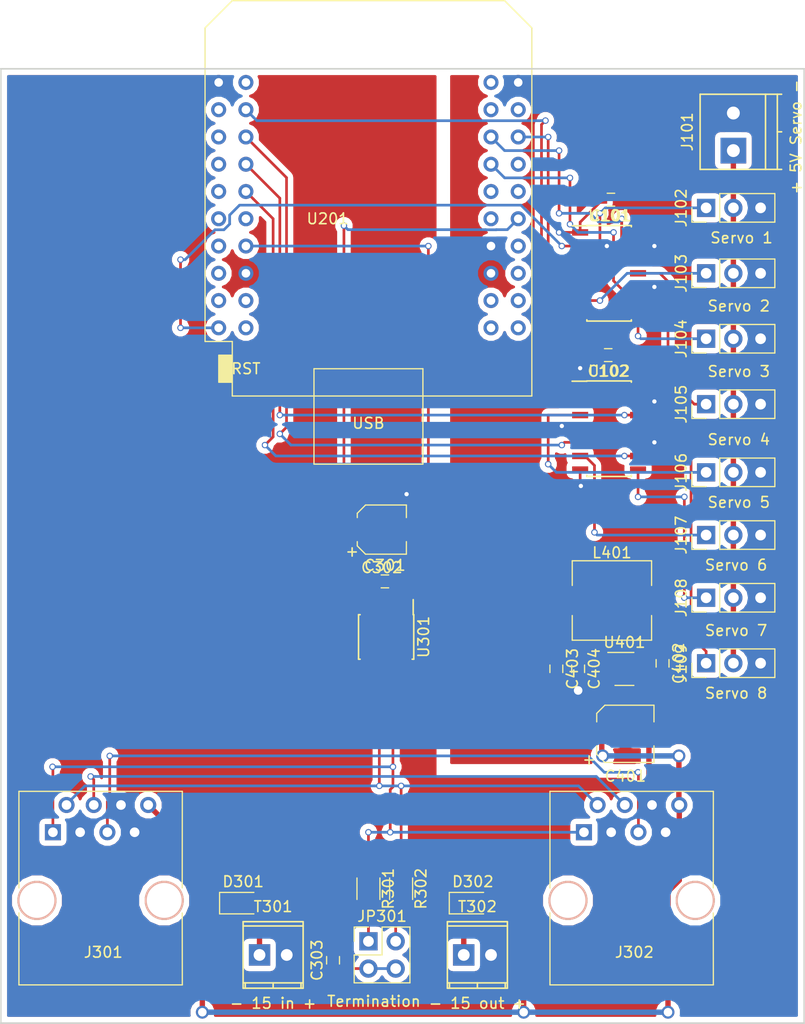
<source format=kicad_pcb>
(kicad_pcb (version 4) (host pcbnew 4.0.7+dfsg1-1ubuntu2)
  (layers (0 F.Cu signal) (31 B.Cu signal) (34 B.Paste user) (35 F.Paste user) (36 B.SilkS user) (37 F.SilkS user) (38 B.Mask user) (39 F.Mask user) (44 Edge.Cuts user))
  (net 0 "")
  (net 1 GND)
  (net 2 +5V)
  (net 3 +3V3)
  (net 4 "Net-(C303-Pad1)")
  (net 5 "CAN +12V")
  (net 6 "Net-(C402-Pad2)")
  (net 7 "Net-(C402-Pad1)")
  (net 8 "Net-(D301-Pad2)")
  (net 9 "Net-(D302-Pad1)")
  (net 10 "Net-(J101-Pad1)")
  (net 11 "Net-(J102-Pad1)")
  (net 12 "Net-(J103-Pad1)")
  (net 13 "Net-(J104-Pad1)")
  (net 14 "Net-(J105-Pad1)")
  (net 15 "Net-(J106-Pad1)")
  (net 16 "Net-(J107-Pad1)")
  (net 17 "Net-(J108-Pad1)")
  (net 18 "Net-(J109-Pad1)")
  (net 19 "/CAN Transciver/CANH")
  (net 20 "/CAN Transciver/CANL")
  (net 21 "Net-(J301-Pad4)")
  (net 22 "Net-(J301-Pad5)")
  (net 23 "Net-(JP301-Pad1)")
  (net 24 "Net-(JP301-Pad2)")
  (net 25 /MCU/Servo0)
  (net 26 /MCU/Servo1)
  (net 27 /MCU/Servo2)
  (net 28 /MCU/Servo3)
  (net 29 /MCU/Servo4)
  (net 30 /MCU/Servo5)
  (net 31 /MCU/Servo6)
  (net 32 /MCU/Servo7)
  (net 33 "Net-(U201-Pad40)")
  (net 34 "Net-(U201-Pad39)")
  (net 35 "Net-(U201-Pad38)")
  (net 36 "Net-(U201-Pad37)")
  (net 37 "Net-(U201-Pad36)")
  (net 38 "Net-(U201-Pad34)")
  (net 39 "/CAN Transciver/CAN_RX")
  (net 40 "Net-(U201-Pad31)")
  (net 41 "Net-(U201-Pad30)")
  (net 42 "Net-(U201-Pad29)")
  (net 43 "Net-(U201-Pad28)")
  (net 44 "Net-(U201-Pad24)")
  (net 45 "Net-(U201-Pad23)")
  (net 46 "Net-(U201-Pad21)")
  (net 47 "Net-(U201-Pad20)")
  (net 48 "Net-(U201-Pad18)")
  (net 49 "Net-(U201-Pad17)")
  (net 50 "Net-(U201-Pad15)")
  (net 51 "/CAN Transciver/CAN_TX")
  (net 52 "Net-(U201-Pad13)")
  (net 53 "Net-(U201-Pad12)")
  (net 54 "Net-(U201-Pad11)")
  (net 55 "Net-(U201-Pad9)")
  (net 56 "Net-(U201-Pad7)")
  (net 57 "Net-(U201-Pad5)")
  (net 58 "Net-(U201-Pad3)")
  (net 59 "Net-(U201-Pad2)")
  (net 60 "Net-(U301-Pad5)")
  (net 61 "Net-(U301-Pad8)")
  (module Capacitors_SMD:C_0603 (layer F.Cu) (at 130.568 37.592 180)
    (fp_text reference C101 (at 0 -1.5 180) (layer F.SilkS))
    (fp_text value .1uf)
    (pad 2 smd rect (at 0.75 0 180) (size 0.8 0.75) (layers F.Cu F.Paste F.Mask) (net 1 GND))
    (pad 1 smd rect (at -0.75 0 180) (size 0.8 0.75) (layers F.Cu F.Paste F.Mask) (net 2 +5V))
  )
  (module Capacitors_SMD:C_0603 (layer F.Cu) (at 130.314 52.07 180)
    (fp_text reference C102 (at 0 -1.5 180) (layer F.SilkS))
    (fp_text value .1uf)
    (pad 2 smd rect (at 0.75 0 180) (size 0.8 0.75) (layers F.Cu F.Paste F.Mask) (net 1 GND))
    (pad 1 smd rect (at -0.75 0 180) (size 0.8 0.75) (layers F.Cu F.Paste F.Mask) (net 2 +5V))
  )
  (module Capacitors_SMD:C_0603 (layer F.Cu) (at 109.486 73.152)
    (fp_text reference C301 (at 0 -1.5) (layer F.SilkS))
    (fp_text value ".1 uf")
    (pad 2 smd rect (at 0.75 0) (size 0.8 0.75) (layers F.Cu F.Paste F.Mask) (net 1 GND))
    (pad 1 smd rect (at -0.75 0) (size 0.8 0.75) (layers F.Cu F.Paste F.Mask) (net 3 +3V3))
  )
  (module Capacitors_SMD:CP_Elec_4x5.7 (layer F.Cu) (at 109.198 68.326)
    (fp_text reference C302 (at 0 3.54) (layer F.SilkS))
    (fp_text value "15 uf 15V")
    (fp_text user + (at -2.77 2.01) (layer F.SilkS))
    (pad 1 smd rect (at -1.8 0 180) (size 2.6 1.6) (layers F.Cu F.Paste F.Mask) (net 3 +3V3))
    (pad 2 smd rect (at 1.8 0 180) (size 2.6 1.6) (layers F.Cu F.Paste F.Mask) (net 1 GND))
  )
  (module Capacitors_SMD:C_0603 (layer F.Cu) (at 104.648 108.446 90)
    (fp_text reference C303 (at 0 -1.5 90) (layer F.SilkS))
    (fp_text value "47 nf")
    (pad 2 smd rect (at 0.75 0 90) (size 0.8 0.75) (layers F.Cu F.Paste F.Mask) (net 1 GND))
    (pad 1 smd rect (at -0.75 0 90) (size 0.8 0.75) (layers F.Cu F.Paste F.Mask) (net 4 "Net-(C303-Pad1)"))
  )
  (module Capacitors_SMD:CP_Elec_5x5.3 (layer F.Cu) (at 131.912 87.376)
    (fp_text reference C401 (at 0 3.92) (layer F.SilkS))
    (fp_text value 10uf)
    (fp_text user + (at -3.38 2.34) (layer F.SilkS))
    (pad 1 smd rect (at -2.2 0 180) (size 3 1.6) (layers F.Cu F.Paste F.Mask) (net 5 "CAN +12V"))
    (pad 2 smd rect (at 2.2 0 180) (size 3 1.6) (layers F.Cu F.Paste F.Mask) (net 1 GND))
  )
  (module Capacitors_SMD:C_0603 (layer F.Cu) (at 135.382 80.784 270)
    (fp_text reference C402 (at 0 -1.5 270) (layer F.SilkS))
    (fp_text value 100nf)
    (pad 2 smd rect (at 0.75 0 270) (size 0.8 0.75) (layers F.Cu F.Paste F.Mask) (net 6 "Net-(C402-Pad2)"))
    (pad 1 smd rect (at -0.75 0 270) (size 0.8 0.75) (layers F.Cu F.Paste F.Mask) (net 7 "Net-(C402-Pad1)"))
  )
  (module Capacitors_SMD:C_0603 (layer F.Cu) (at 125.476 81.292 270)
    (fp_text reference C403 (at 0 -1.5 270) (layer F.SilkS))
    (fp_text value 22uf)
    (pad 2 smd rect (at 0.75 0 270) (size 0.8 0.75) (layers F.Cu F.Paste F.Mask) (net 1 GND))
    (pad 1 smd rect (at -0.75 0 270) (size 0.8 0.75) (layers F.Cu F.Paste F.Mask) (net 2 +5V))
  )
  (module Capacitors_SMD:C_0603 (layer F.Cu) (at 127.508 81.292 270)
    (fp_text reference C404 (at 0 -1.5 270) (layer F.SilkS))
    (fp_text value 22uf)
    (pad 2 smd rect (at 0.75 0 270) (size 0.8 0.75) (layers F.Cu F.Paste F.Mask) (net 1 GND))
    (pad 1 smd rect (at -0.75 0 270) (size 0.8 0.75) (layers F.Cu F.Paste F.Mask) (net 2 +5V))
  )
  (module Diodes_SMD:D_PowerDI-123 (layer F.Cu) (at 96.265 103.124)
    (fp_text reference D301 (at 0 -2) (layer F.SilkS))
    (fp_text value DFLS240-7)
    (pad 1 smd rect (at -0.85 0 180) (size 2.4 1.5) (layers F.Cu F.Paste F.Mask) (net 5 "CAN +12V"))
    (pad 2 smd rect (at 1.525 0 180) (size 1.05 1.5) (layers F.Cu F.Paste F.Mask) (net 8 "Net-(D301-Pad2)"))
  )
  (module Diodes_SMD:D_PowerDI-123 (layer F.Cu) (at 117.69 103.124)
    (fp_text reference D302 (at 0 -2) (layer F.SilkS))
    (fp_text value DFLS240-7)
    (pad 1 smd rect (at -0.85 0 180) (size 2.4 1.5) (layers F.Cu F.Paste F.Mask) (net 9 "Net-(D302-Pad1)"))
    (pad 2 smd rect (at 1.525 0 180) (size 1.05 1.5) (layers F.Cu F.Paste F.Mask) (net 5 "CAN +12V"))
  )
  (module Connectors_Terminal_Blocks:TerminalBlock_Pheonix_PT-3.5mm_2pol (layer F.Cu) (at 141.986 33.02 90)
    (fp_text reference J101 (at 1.75 -4.3 90) (layer F.SilkS))
    (fp_text value "+ 5V Servo -" (at 1.27 5.842 90) (layer F.SilkS))
    (pad 2 thru_hole circle (at 3.5 0 90) (size 2.4 2.4) (drill 1.2) (layers *.Cu *.Mask) (net 1 GND))
    (pad 1 thru_hole rect (at 0 0 90) (size 2.4 2.4) (drill 1.2) (layers *.Cu *.Mask) (net 10 "Net-(J101-Pad1)"))
  )
  (module Pin_Headers:Pin_Header_Straight_1x03_Pitch2.54mm (layer F.Cu) (at 139.446 38.354 90)
    (fp_text reference J102 (at 0 -2.33 90) (layer F.SilkS))
    (fp_text value "Servo 1" (at -2.794 3.302 180) (layer F.SilkS))
    (pad 1 thru_hole rect (at 0 0 90) (size 1.7 1.7) (drill 1) (layers *.Cu *.Mask) (net 11 "Net-(J102-Pad1)"))
    (pad 2 thru_hole oval (at 0 2.54 90) (size 1.7 1.7) (drill 1) (layers *.Cu *.Mask) (net 10 "Net-(J101-Pad1)"))
    (pad 3 thru_hole oval (at 0 5.08 90) (size 1.7 1.7) (drill 1) (layers *.Cu *.Mask) (net 1 GND))
  )
  (module Pin_Headers:Pin_Header_Straight_1x03_Pitch2.54mm (layer F.Cu) (at 139.446 44.45 90)
    (fp_text reference J103 (at 0 -2.33 90) (layer F.SilkS))
    (fp_text value "Servo 2" (at -3.048 3.048 180) (layer F.SilkS))
    (pad 1 thru_hole rect (at 0 0 90) (size 1.7 1.7) (drill 1) (layers *.Cu *.Mask) (net 12 "Net-(J103-Pad1)"))
    (pad 2 thru_hole oval (at 0 2.54 90) (size 1.7 1.7) (drill 1) (layers *.Cu *.Mask) (net 10 "Net-(J101-Pad1)"))
    (pad 3 thru_hole oval (at 0 5.08 90) (size 1.7 1.7) (drill 1) (layers *.Cu *.Mask) (net 1 GND))
  )
  (module Pin_Headers:Pin_Header_Straight_1x03_Pitch2.54mm (layer F.Cu) (at 139.446 50.546 90)
    (fp_text reference J104 (at 0 -2.33 90) (layer F.SilkS))
    (fp_text value "Servo 3" (at -3.048 3.048 180) (layer F.SilkS))
    (pad 1 thru_hole rect (at 0 0 90) (size 1.7 1.7) (drill 1) (layers *.Cu *.Mask) (net 13 "Net-(J104-Pad1)"))
    (pad 2 thru_hole oval (at 0 2.54 90) (size 1.7 1.7) (drill 1) (layers *.Cu *.Mask) (net 10 "Net-(J101-Pad1)"))
    (pad 3 thru_hole oval (at 0 5.08 90) (size 1.7 1.7) (drill 1) (layers *.Cu *.Mask) (net 1 GND))
  )
  (module Pin_Headers:Pin_Header_Straight_1x03_Pitch2.54mm (layer F.Cu) (at 139.446 56.642 90)
    (fp_text reference J105 (at 0 -2.33 90) (layer F.SilkS))
    (fp_text value "Servo 4" (at -3.302 3.048 180) (layer F.SilkS))
    (pad 1 thru_hole rect (at 0 0 90) (size 1.7 1.7) (drill 1) (layers *.Cu *.Mask) (net 14 "Net-(J105-Pad1)"))
    (pad 2 thru_hole oval (at 0 2.54 90) (size 1.7 1.7) (drill 1) (layers *.Cu *.Mask) (net 10 "Net-(J101-Pad1)"))
    (pad 3 thru_hole oval (at 0 5.08 90) (size 1.7 1.7) (drill 1) (layers *.Cu *.Mask) (net 1 GND))
  )
  (module Pin_Headers:Pin_Header_Straight_1x03_Pitch2.54mm (layer F.Cu) (at 139.446 62.992 90)
    (fp_text reference J106 (at 0 -2.33 90) (layer F.SilkS))
    (fp_text value "Servo 5" (at -2.794 3.048 180) (layer F.SilkS))
    (pad 1 thru_hole rect (at 0 0 90) (size 1.7 1.7) (drill 1) (layers *.Cu *.Mask) (net 15 "Net-(J106-Pad1)"))
    (pad 2 thru_hole oval (at 0 2.54 90) (size 1.7 1.7) (drill 1) (layers *.Cu *.Mask) (net 10 "Net-(J101-Pad1)"))
    (pad 3 thru_hole oval (at 0 5.08 90) (size 1.7 1.7) (drill 1) (layers *.Cu *.Mask) (net 1 GND))
  )
  (module Pin_Headers:Pin_Header_Straight_1x03_Pitch2.54mm (layer F.Cu) (at 139.446 68.834 90)
    (fp_text reference J107 (at 0 -2.33 90) (layer F.SilkS))
    (fp_text value "Servo 6" (at -2.794 2.794 180) (layer F.SilkS))
    (pad 1 thru_hole rect (at 0 0 90) (size 1.7 1.7) (drill 1) (layers *.Cu *.Mask) (net 16 "Net-(J107-Pad1)"))
    (pad 2 thru_hole oval (at 0 2.54 90) (size 1.7 1.7) (drill 1) (layers *.Cu *.Mask) (net 10 "Net-(J101-Pad1)"))
    (pad 3 thru_hole oval (at 0 5.08 90) (size 1.7 1.7) (drill 1) (layers *.Cu *.Mask) (net 1 GND))
  )
  (module Pin_Headers:Pin_Header_Straight_1x03_Pitch2.54mm (layer F.Cu) (at 139.446 74.676 90)
    (fp_text reference J108 (at 0 -2.33 90) (layer F.SilkS))
    (fp_text value "Servo 7" (at -3.048 2.794 180) (layer F.SilkS))
    (pad 1 thru_hole rect (at 0 0 90) (size 1.7 1.7) (drill 1) (layers *.Cu *.Mask) (net 17 "Net-(J108-Pad1)"))
    (pad 2 thru_hole oval (at 0 2.54 90) (size 1.7 1.7) (drill 1) (layers *.Cu *.Mask) (net 10 "Net-(J101-Pad1)"))
    (pad 3 thru_hole oval (at 0 5.08 90) (size 1.7 1.7) (drill 1) (layers *.Cu *.Mask) (net 1 GND))
  )
  (module Pin_Headers:Pin_Header_Straight_1x03_Pitch2.54mm (layer F.Cu) (at 139.446 80.772 90)
    (fp_text reference J109 (at 0 -2.33 90) (layer F.SilkS))
    (fp_text value "Servo 8" (at -2.794 2.794 180) (layer F.SilkS))
    (pad 1 thru_hole rect (at 0 0 90) (size 1.7 1.7) (drill 1) (layers *.Cu *.Mask) (net 18 "Net-(J109-Pad1)"))
    (pad 2 thru_hole oval (at 0 2.54 90) (size 1.7 1.7) (drill 1) (layers *.Cu *.Mask) (net 10 "Net-(J101-Pad1)"))
    (pad 3 thru_hole oval (at 0 5.08 90) (size 1.7 1.7) (drill 1) (layers *.Cu *.Mask) (net 1 GND))
  )
  (module Connectors:RJ45_8 (layer F.Cu) (at 78.52 96.52)
    (fp_text reference J301 (at 4.7 11.18) (layer F.SilkS))
    (fp_text value RJ45)
    (pad Hole np_thru_hole circle (at 10.38 6.35) (size 3.65 3.65) (drill 3.25) (layers *.Cu *.SilkS *.Mask))
    (pad Hole np_thru_hole circle (at -1.49 6.35) (size 3.65 3.65) (drill 3.25) (layers *.Cu *.SilkS *.Mask))
    (pad 1 thru_hole rect (at 0 0) (size 1.5 1.5) (drill 0.9) (layers *.Cu *.Mask) (net 19 "/CAN Transciver/CANH"))
    (pad 2 thru_hole circle (at 1.27 -2.54) (size 1.5 1.5) (drill 0.9) (layers *.Cu *.Mask) (net 20 "/CAN Transciver/CANL"))
    (pad 3 thru_hole circle (at 2.54 0) (size 1.5 1.5) (drill 0.9) (layers *.Cu *.Mask) (net 1 GND))
    (pad 4 thru_hole circle (at 3.81 -2.54) (size 1.5 1.5) (drill 0.9) (layers *.Cu *.Mask) (net 21 "Net-(J301-Pad4)"))
    (pad 5 thru_hole circle (at 5.08 0) (size 1.5 1.5) (drill 0.9) (layers *.Cu *.Mask) (net 22 "Net-(J301-Pad5)"))
    (pad 6 thru_hole circle (at 6.35 -2.54) (size 1.5 1.5) (drill 0.9) (layers *.Cu *.Mask) (net 1 GND))
    (pad 7 thru_hole circle (at 7.62 0) (size 1.5 1.5) (drill 0.9) (layers *.Cu *.Mask) (net 1 GND))
    (pad 8 thru_hole circle (at 8.89 -2.54) (size 1.5 1.5) (drill 0.9) (layers *.Cu *.Mask) (net 5 "CAN +12V"))
  )
  (module Connectors:RJ45_8 (layer F.Cu) (at 128.05 96.52)
    (fp_text reference J302 (at 4.7 11.18) (layer F.SilkS))
    (fp_text value RJ45)
    (pad Hole np_thru_hole circle (at 10.38 6.35) (size 3.65 3.65) (drill 3.25) (layers *.Cu *.SilkS *.Mask))
    (pad Hole np_thru_hole circle (at -1.49 6.35) (size 3.65 3.65) (drill 3.25) (layers *.Cu *.SilkS *.Mask))
    (pad 1 thru_hole rect (at 0 0) (size 1.5 1.5) (drill 0.9) (layers *.Cu *.Mask) (net 19 "/CAN Transciver/CANH"))
    (pad 2 thru_hole circle (at 1.27 -2.54) (size 1.5 1.5) (drill 0.9) (layers *.Cu *.Mask) (net 20 "/CAN Transciver/CANL"))
    (pad 3 thru_hole circle (at 2.54 0) (size 1.5 1.5) (drill 0.9) (layers *.Cu *.Mask) (net 1 GND))
    (pad 4 thru_hole circle (at 3.81 -2.54) (size 1.5 1.5) (drill 0.9) (layers *.Cu *.Mask) (net 21 "Net-(J301-Pad4)"))
    (pad 5 thru_hole circle (at 5.08 0) (size 1.5 1.5) (drill 0.9) (layers *.Cu *.Mask) (net 22 "Net-(J301-Pad5)"))
    (pad 6 thru_hole circle (at 6.35 -2.54) (size 1.5 1.5) (drill 0.9) (layers *.Cu *.Mask) (net 1 GND))
    (pad 7 thru_hole circle (at 7.62 0) (size 1.5 1.5) (drill 0.9) (layers *.Cu *.Mask) (net 1 GND))
    (pad 8 thru_hole circle (at 8.89 -2.54) (size 1.5 1.5) (drill 0.9) (layers *.Cu *.Mask) (net 5 "CAN +12V"))
  )
  (module Pin_Headers:Pin_Header_Straight_2x02_Pitch2.54mm (layer F.Cu) (at 107.95 106.68)
    (fp_text reference JP301 (at 1.27 -2.33) (layer F.SilkS))
    (fp_text value Termination (at 0.508 5.588) (layer F.SilkS))
    (pad 1 thru_hole rect (at 0 0) (size 1.7 1.7) (drill 1) (layers *.Cu *.Mask) (net 23 "Net-(JP301-Pad1)"))
    (pad 2 thru_hole oval (at 2.54 0) (size 1.7 1.7) (drill 1) (layers *.Cu *.Mask) (net 24 "Net-(JP301-Pad2)"))
    (pad 3 thru_hole oval (at 0 2.54) (size 1.7 1.7) (drill 1) (layers *.Cu *.Mask) (net 4 "Net-(C303-Pad1)"))
    (pad 4 thru_hole oval (at 2.54 2.54) (size 1.7 1.7) (drill 1) (layers *.Cu *.Mask) (net 4 "Net-(C303-Pad1)"))
  )
  (module Inductors_SMD:L_7.3x7.3_H4.5 (layer F.Cu) (at 130.658 74.93)
    (fp_text reference L401 (at 0 -4.45) (layer F.SilkS))
    (fp_text value 4.7uH)
    (pad 1 smd rect (at -3.2 0) (size 1.5 2.2) (layers F.Cu F.Paste F.Mask) (net 2 +5V))
    (pad 2 smd rect (at 3.2 0) (size 1.5 2.2) (layers F.Cu F.Paste F.Mask) (net 6 "Net-(C402-Pad2)"))
  )
  (module Resistors_SMD:R_1206 (layer F.Cu) (at 107.95 101.78 270)
    (fp_text reference R301 (at 0 -1.85 270) (layer F.SilkS))
    (fp_text value "60 Ohms")
    (pad 1 smd rect (at -1.45 0 270) (size 0.9 1.7) (layers F.Cu F.Paste F.Mask) (net 19 "/CAN Transciver/CANH"))
    (pad 2 smd rect (at 1.45 0 270) (size 0.9 1.7) (layers F.Cu F.Paste F.Mask) (net 23 "Net-(JP301-Pad1)"))
  )
  (module Resistors_SMD:R_1206 (layer F.Cu) (at 110.998 101.78 270)
    (fp_text reference R302 (at 0 -1.85 270) (layer F.SilkS))
    (fp_text value "60 Ohms")
    (pad 1 smd rect (at -1.45 0 270) (size 0.9 1.7) (layers F.Cu F.Paste F.Mask) (net 20 "/CAN Transciver/CANL"))
    (pad 2 smd rect (at 1.45 0 270) (size 0.9 1.7) (layers F.Cu F.Paste F.Mask) (net 24 "Net-(JP301-Pad2)"))
  )
  (module Connectors_Terminal_Blocks:TerminalBlock_Pheonix_MPT-2.54mm_2pol (layer F.Cu) (at 97.79 107.95)
    (fp_text reference T301 (at 1.27 -4.50088) (layer F.SilkS))
    (fp_text value "- 15 in +" (at 1.27 4.50088) (layer F.SilkS))
    (pad 2 thru_hole oval (at 2.54 0) (size 1.99898 1.99898) (drill 1.09728) (layers *.Cu *.Mask) (net 1 GND))
    (pad 1 thru_hole rect (at 0 0) (size 1.99898 1.99898) (drill 1.09728) (layers *.Cu *.Mask) (net 8 "Net-(D301-Pad2)"))
  )
  (module Connectors_Terminal_Blocks:TerminalBlock_Pheonix_MPT-2.54mm_2pol (layer F.Cu) (at 116.84 107.95)
    (fp_text reference T302 (at 1.27 -4.50088) (layer F.SilkS))
    (fp_text value "- 15 out +" (at 1.27 4.50088) (layer F.SilkS))
    (pad 2 thru_hole oval (at 2.54 0) (size 1.99898 1.99898) (drill 1.09728) (layers *.Cu *.Mask) (net 1 GND))
    (pad 1 thru_hole rect (at 0 0) (size 1.99898 1.99898) (drill 1.09728) (layers *.Cu *.Mask) (net 9 "Net-(D302-Pad1)"))
  )
  (module Housings_SOIC:SOIC-14_3.9x8.7mm_Pitch1.27mm (layer F.Cu) (at 130.396 44.45)
    (fp_text reference U101 (at 0 -5.375) (layer F.SilkS))
    (fp_text value 74LV125AN)
    (pad 1 smd rect (at -2.7 -3.81) (size 1.5 0.6) (layers F.Cu F.Paste F.Mask) (net 1 GND))
    (pad 2 smd rect (at -2.7 -2.54) (size 1.5 0.6) (layers F.Cu F.Paste F.Mask) (net 25 /MCU/Servo0))
    (pad 3 smd rect (at -2.7 -1.27) (size 1.5 0.6) (layers F.Cu F.Paste F.Mask) (net 11 "Net-(J102-Pad1)"))
    (pad 4 smd rect (at -2.7 0) (size 1.5 0.6) (layers F.Cu F.Paste F.Mask) (net 1 GND))
    (pad 5 smd rect (at -2.7 1.27) (size 1.5 0.6) (layers F.Cu F.Paste F.Mask) (net 26 /MCU/Servo1))
    (pad 6 smd rect (at -2.7 2.54) (size 1.5 0.6) (layers F.Cu F.Paste F.Mask) (net 12 "Net-(J103-Pad1)"))
    (pad 7 smd rect (at -2.7 3.81) (size 1.5 0.6) (layers F.Cu F.Paste F.Mask) (net 1 GND))
    (pad 8 smd rect (at 2.7 3.81) (size 1.5 0.6) (layers F.Cu F.Paste F.Mask) (net 13 "Net-(J104-Pad1)"))
    (pad 9 smd rect (at 2.7 2.54) (size 1.5 0.6) (layers F.Cu F.Paste F.Mask) (net 27 /MCU/Servo2))
    (pad 10 smd rect (at 2.7 1.27) (size 1.5 0.6) (layers F.Cu F.Paste F.Mask) (net 1 GND))
    (pad 11 smd rect (at 2.7 0) (size 1.5 0.6) (layers F.Cu F.Paste F.Mask) (net 14 "Net-(J105-Pad1)"))
    (pad 12 smd rect (at 2.7 -1.27) (size 1.5 0.6) (layers F.Cu F.Paste F.Mask) (net 28 /MCU/Servo3))
    (pad 13 smd rect (at 2.7 -2.54) (size 1.5 0.6) (layers F.Cu F.Paste F.Mask) (net 1 GND))
    (pad 14 smd rect (at 2.7 -3.81) (size 1.5 0.6) (layers F.Cu F.Paste F.Mask) (net 2 +5V))
  )
  (module Housings_SOIC:SOIC-14_3.9x8.7mm_Pitch1.27mm (layer F.Cu) (at 130.396 58.928)
    (fp_text reference U102 (at 0 -5.375) (layer F.SilkS))
    (fp_text value 74LV125AN)
    (pad 1 smd rect (at -2.7 -3.81) (size 1.5 0.6) (layers F.Cu F.Paste F.Mask) (net 1 GND))
    (pad 2 smd rect (at -2.7 -2.54) (size 1.5 0.6) (layers F.Cu F.Paste F.Mask) (net 29 /MCU/Servo4))
    (pad 3 smd rect (at -2.7 -1.27) (size 1.5 0.6) (layers F.Cu F.Paste F.Mask) (net 15 "Net-(J106-Pad1)"))
    (pad 4 smd rect (at -2.7 0) (size 1.5 0.6) (layers F.Cu F.Paste F.Mask) (net 1 GND))
    (pad 5 smd rect (at -2.7 1.27) (size 1.5 0.6) (layers F.Cu F.Paste F.Mask) (net 30 /MCU/Servo5))
    (pad 6 smd rect (at -2.7 2.54) (size 1.5 0.6) (layers F.Cu F.Paste F.Mask) (net 16 "Net-(J107-Pad1)"))
    (pad 7 smd rect (at -2.7 3.81) (size 1.5 0.6) (layers F.Cu F.Paste F.Mask) (net 1 GND))
    (pad 8 smd rect (at 2.7 3.81) (size 1.5 0.6) (layers F.Cu F.Paste F.Mask) (net 17 "Net-(J108-Pad1)"))
    (pad 9 smd rect (at 2.7 2.54) (size 1.5 0.6) (layers F.Cu F.Paste F.Mask) (net 31 /MCU/Servo6))
    (pad 10 smd rect (at 2.7 1.27) (size 1.5 0.6) (layers F.Cu F.Paste F.Mask) (net 1 GND))
    (pad 11 smd rect (at 2.7 0) (size 1.5 0.6) (layers F.Cu F.Paste F.Mask) (net 18 "Net-(J109-Pad1)"))
    (pad 12 smd rect (at 2.7 -1.27) (size 1.5 0.6) (layers F.Cu F.Paste F.Mask) (net 32 /MCU/Servo7))
    (pad 13 smd rect (at 2.7 -2.54) (size 1.5 0.6) (layers F.Cu F.Paste F.Mask) (net 1 GND))
    (pad 14 smd rect (at 2.7 -3.81) (size 1.5 0.6) (layers F.Cu F.Paste F.Mask) (net 2 +5V))
  )
  (module ESP32_mini:ESP32_mini (layer F.Cu) (at 107.95 38.1)
    (fp_text reference U201 (at -3.81 1.27) (layer F.SilkS))
    (fp_text value TTGO-T7_S3-V1.1)
    (fp_text user USB (at 0 20.32) (layer F.SilkS))
    (fp_text user RST (at -11.43 15.24) (layer F.SilkS))
    (pad 40 thru_hole circle (at 13.97 11.43 270) (size 1.4 1.4) (drill 0.8) (layers *.Cu *.Mask) (net 33 "Net-(U201-Pad40)"))
    (pad 39 thru_hole circle (at 11.43 11.43 270) (size 1.4 1.4) (drill 0.8) (layers *.Cu *.Mask) (net 34 "Net-(U201-Pad39)"))
    (pad 38 thru_hole circle (at 13.97 8.89 270) (size 1.4 1.4) (drill 0.8) (layers *.Cu *.Mask) (net 35 "Net-(U201-Pad38)"))
    (pad 37 thru_hole circle (at 11.43 8.89 270) (size 1.4 1.4) (drill 0.8) (layers *.Cu *.Mask) (net 36 "Net-(U201-Pad37)"))
    (pad 36 thru_hole circle (at 13.97 6.35 270) (size 1.4 1.4) (drill 0.8) (layers *.Cu *.Mask) (net 37 "Net-(U201-Pad36)"))
    (pad 35 thru_hole circle (at 11.43 6.35 270) (size 1.4 1.4) (drill 0.8) (layers *.Cu *.Mask) (net 2 +5V))
    (pad 34 thru_hole circle (at 13.97 3.81 270) (size 1.4 1.4) (drill 0.8) (layers *.Cu *.Mask) (net 38 "Net-(U201-Pad34)"))
    (pad 33 thru_hole circle (at 11.43 3.81 270) (size 1.4 1.4) (drill 0.8) (layers *.Cu *.Mask) (net 1 GND))
    (pad 32 thru_hole circle (at 13.97 1.27 270) (size 1.4 1.4) (drill 0.8) (layers *.Cu *.Mask) (net 39 "/CAN Transciver/CAN_RX"))
    (pad 31 thru_hole circle (at 11.43 1.27 270) (size 1.4 1.4) (drill 0.8) (layers *.Cu *.Mask) (net 40 "Net-(U201-Pad31)"))
    (pad 30 thru_hole circle (at 13.97 -1.27 270) (size 1.4 1.4) (drill 0.8) (layers *.Cu *.Mask) (net 41 "Net-(U201-Pad30)"))
    (pad 29 thru_hole circle (at 11.43 -1.27 270) (size 1.4 1.4) (drill 0.8) (layers *.Cu *.Mask) (net 42 "Net-(U201-Pad29)"))
    (pad 28 thru_hole circle (at 13.97 -3.81 270) (size 1.4 1.4) (drill 0.8) (layers *.Cu *.Mask) (net 43 "Net-(U201-Pad28)"))
    (pad 27 thru_hole circle (at 11.43 -3.81 270) (size 1.4 1.4) (drill 0.8) (layers *.Cu *.Mask) (net 27 /MCU/Servo2))
    (pad 26 thru_hole circle (at 13.97 -6.35 270) (size 1.4 1.4) (drill 0.8) (layers *.Cu *.Mask) (net 26 /MCU/Servo1))
    (pad 25 thru_hole circle (at 11.43 -6.35 270) (size 1.4 1.4) (drill 0.8) (layers *.Cu *.Mask) (net 28 /MCU/Servo3))
    (pad 24 thru_hole circle (at 13.97 -8.89 270) (size 1.4 1.4) (drill 0.8) (layers *.Cu *.Mask) (net 44 "Net-(U201-Pad24)"))
    (pad 23 thru_hole circle (at 11.43 -8.89 270) (size 1.4 1.4) (drill 0.8) (layers *.Cu *.Mask) (net 45 "Net-(U201-Pad23)"))
    (pad 22 thru_hole circle (at 13.97 -11.43 270) (size 1.4 1.4) (drill 0.8) (layers *.Cu *.Mask) (net 1 GND))
    (pad 21 thru_hole circle (at 11.43 -11.43 270) (size 1.4 1.4) (drill 0.8) (layers *.Cu *.Mask) (net 46 "Net-(U201-Pad21)"))
    (pad 20 thru_hole circle (at -11.43 11.43 270) (size 1.4 1.4) (drill 0.8) (layers *.Cu *.Mask) (net 47 "Net-(U201-Pad20)"))
    (pad 19 thru_hole circle (at -13.97 11.43 270) (size 1.4 1.4) (drill 0.8) (layers *.Cu *.Mask) (net 25 /MCU/Servo0))
    (pad 18 thru_hole circle (at -11.43 8.89 270) (size 1.4 1.4) (drill 0.8) (layers *.Cu *.Mask) (net 48 "Net-(U201-Pad18)"))
    (pad 17 thru_hole circle (at -13.97 8.89 270) (size 1.4 1.4) (drill 0.8) (layers *.Cu *.Mask) (net 49 "Net-(U201-Pad17)"))
    (pad 16 thru_hole circle (at -11.43 6.35 270) (size 1.4 1.4) (drill 0.8) (layers *.Cu *.Mask) (net 3 +3V3))
    (pad 15 thru_hole circle (at -13.97 6.35 270) (size 1.4 1.4) (drill 0.8) (layers *.Cu *.Mask) (net 50 "Net-(U201-Pad15)"))
    (pad 14 thru_hole circle (at -11.43 3.81 270) (size 1.4 1.4) (drill 0.8) (layers *.Cu *.Mask) (net 51 "/CAN Transciver/CAN_TX"))
    (pad 13 thru_hole circle (at -13.97 3.81 270) (size 1.4 1.4) (drill 0.8) (layers *.Cu *.Mask) (net 52 "Net-(U201-Pad13)"))
    (pad 12 thru_hole circle (at -11.43 1.27 270) (size 1.4 1.4) (drill 0.8) (layers *.Cu *.Mask) (net 53 "Net-(U201-Pad12)"))
    (pad 11 thru_hole circle (at -13.97 1.27 270) (size 1.4 1.4) (drill 0.8) (layers *.Cu *.Mask) (net 54 "Net-(U201-Pad11)"))
    (pad 10 thru_hole circle (at -11.43 -1.27 270) (size 1.4 1.4) (drill 0.8) (layers *.Cu *.Mask) (net 31 /MCU/Servo6))
    (pad 9 thru_hole circle (at -13.97 -1.27 270) (size 1.4 1.4) (drill 0.8) (layers *.Cu *.Mask) (net 55 "Net-(U201-Pad9)"))
    (pad 8 thru_hole circle (at -11.43 -3.81 270) (size 1.4 1.4) (drill 0.8) (layers *.Cu *.Mask) (net 32 /MCU/Servo7))
    (pad 7 thru_hole circle (at -13.97 -3.81 270) (size 1.4 1.4) (drill 0.8) (layers *.Cu *.Mask) (net 56 "Net-(U201-Pad7)"))
    (pad 6 thru_hole circle (at -11.43 -6.35 270) (size 1.4 1.4) (drill 0.8) (layers *.Cu *.Mask) (net 30 /MCU/Servo5))
    (pad 5 thru_hole circle (at -13.97 -6.35 270) (size 1.4 1.4) (drill 0.8) (layers *.Cu *.Mask) (net 57 "Net-(U201-Pad5)"))
    (pad 4 thru_hole circle (at -11.43 -8.89 270) (size 1.4 1.4) (drill 0.8) (layers *.Cu *.Mask) (net 29 /MCU/Servo4))
    (pad 3 thru_hole circle (at -13.97 -8.89 270) (size 1.4 1.4) (drill 0.8) (layers *.Cu *.Mask) (net 58 "Net-(U201-Pad3)"))
    (pad 1 thru_hole circle (at -13.97 -11.43 270) (size 1.4 1.4) (drill 0.8) (layers *.Cu *.Mask) (net 1 GND))
    (pad 2 thru_hole circle (at -11.43 -11.43 270) (size 1.4 1.4) (drill 0.8) (layers *.Cu *.Mask) (net 59 "Net-(U201-Pad2)"))
  )
  (module Housings_SOIC:SOIC-8_3.9x4.9mm_Pitch1.27mm (layer F.Cu) (at 109.601 78.326 270)
    (fp_text reference U301 (at 0 -3.5 270) (layer F.SilkS))
    (fp_text value TCAN332DR)
    (pad 1 smd rect (at -2.7 -1.905 270) (size 1.55 0.6) (layers F.Cu F.Paste F.Mask) (net 51 "/CAN Transciver/CAN_TX"))
    (pad 2 smd rect (at -2.7 -0.635 270) (size 1.55 0.6) (layers F.Cu F.Paste F.Mask) (net 1 GND))
    (pad 3 smd rect (at -2.7 0.635 270) (size 1.55 0.6) (layers F.Cu F.Paste F.Mask) (net 3 +3V3))
    (pad 4 smd rect (at -2.7 1.905 270) (size 1.55 0.6) (layers F.Cu F.Paste F.Mask) (net 39 "/CAN Transciver/CAN_RX"))
    (pad 5 smd rect (at 2.7 1.905 270) (size 1.55 0.6) (layers F.Cu F.Paste F.Mask) (net 60 "Net-(U301-Pad5)"))
    (pad 6 smd rect (at 2.7 0.635 270) (size 1.55 0.6) (layers F.Cu F.Paste F.Mask) (net 20 "/CAN Transciver/CANL"))
    (pad 7 smd rect (at 2.7 -0.635 270) (size 1.55 0.6) (layers F.Cu F.Paste F.Mask) (net 19 "/CAN Transciver/CANH"))
    (pad 8 smd rect (at 2.7 -1.905 270) (size 1.55 0.6) (layers F.Cu F.Paste F.Mask) (net 61 "Net-(U301-Pad8)"))
  )
  (module TO_SOT_Packages_SMD:TSOT-23-6_MK06A (layer F.Cu) (at 131.826 81.28)
    (fp_text reference U401 (at 0 -2.45) (layer F.SilkS))
    (fp_text value AP63205)
    (pad 1 smd rect (at -1.31 -0.95) (size 1.22 0.65) (layers F.Cu F.Paste F.Mask) (net 2 +5V))
    (pad 2 smd rect (at -1.31 0) (size 1.22 0.65) (layers F.Cu F.Paste F.Mask) (net 5 "CAN +12V"))
    (pad 3 smd rect (at -1.31 0.95) (size 1.22 0.65) (layers F.Cu F.Paste F.Mask) (net 5 "CAN +12V"))
    (pad 4 smd rect (at 1.31 0.95) (size 1.22 0.65) (layers F.Cu F.Paste F.Mask) (net 1 GND))
    (pad 5 smd rect (at 1.31 0) (size 1.22 0.65) (layers F.Cu F.Paste F.Mask) (net 6 "Net-(C402-Pad2)"))
    (pad 6 smd rect (at 1.31 -0.95) (size 1.22 0.65) (layers F.Cu F.Paste F.Mask) (net 7 "Net-(C402-Pad1)"))
  )
  (gr_line (start 73.66 114.3) (end 73.66 25.4) (layer Edge.Cuts) (width 0.15))
  (gr_line (start 148.59 114.3) (end 73.66 114.3) (layer Edge.Cuts) (width 0.15))
  (gr_line (start 148.59 25.4) (end 148.59 114.3) (layer Edge.Cuts) (width 0.15))
  (gr_line (start 73.66 25.4) (end 148.59 25.4) (layer Edge.Cuts) (width 0.15))
  (segment (start 110.998 68.326) (end 110.998 65.532) (width 0.25) (layer F.Cu) (net 1))
  (segment (start 110.998 65.532) (end 111.506 65.024) (width 0.25) (layer F.Cu) (net 1))
  (via (at 111.506 65.024) (size 0.6) (drill 0.4) (layers F.Cu B.Cu) (net 1))
  (segment (start 110.236 73.152) (end 110.236 69.088) (width 0.25) (layer F.Cu) (net 1))
  (segment (start 110.236 69.088) (end 110.998 68.326) (width 0.25) (layer F.Cu) (net 1))
  (segment (start 110.236 75.626) (end 110.236 73.152) (width 0.25) (layer F.Cu) (net 1))
  (segment (start 104.648 107.696) (end 100.584 107.696) (width 0.25) (layer F.Cu) (net 1))
  (segment (start 100.584 107.696) (end 100.33 107.95) (width 0.25) (layer F.Cu) (net 1))
  (segment (start 134.62 56.388) (end 130.796 56.388) (width 0.25) (layer B.Cu) (net 1))
  (segment (start 130.796 56.388) (end 127.696 53.288) (width 0.25) (layer B.Cu) (net 1))
  (segment (start 133.096 56.388) (end 134.62 56.388) (width 0.25) (layer F.Cu) (net 1))
  (via (at 134.62 56.388) (size 0.6) (drill 0.4) (layers F.Cu B.Cu) (net 1))
  (segment (start 125.984 58.674) (end 127.442 58.674) (width 0.25) (layer F.Cu) (net 1))
  (segment (start 127.442 58.674) (end 127.696 58.928) (width 0.25) (layer F.Cu) (net 1))
  (segment (start 134.62 60.198) (end 127.508 60.198) (width 0.25) (layer B.Cu) (net 1))
  (segment (start 127.508 60.198) (end 125.984 58.674) (width 0.25) (layer B.Cu) (net 1))
  (via (at 125.984 58.674) (size 0.6) (drill 0.4) (layers F.Cu B.Cu) (net 1))
  (segment (start 133.096 60.198) (end 134.62 60.198) (width 0.25) (layer F.Cu) (net 1))
  (via (at 134.62 60.198) (size 0.6) (drill 0.4) (layers F.Cu B.Cu) (net 1))
  (segment (start 127.696 62.738) (end 127.696 64.196) (width 0.25) (layer F.Cu) (net 1))
  (segment (start 127.696 64.196) (end 127.762 64.262) (width 0.25) (layer F.Cu) (net 1))
  (via (at 127.762 64.262) (size 0.6) (drill 0.4) (layers F.Cu B.Cu) (net 1))
  (segment (start 129.760726 41.91) (end 130.18499 41.91) (width 0.25) (layer B.Cu) (net 1))
  (segment (start 125.73 40.64) (end 127 41.91) (width 0.25) (layer B.Cu) (net 1))
  (segment (start 130.18499 42.334264) (end 130.18499 41.91) (width 0.25) (layer F.Cu) (net 1))
  (segment (start 127.696 44.45) (end 128.696 44.45) (width 0.25) (layer F.Cu) (net 1))
  (segment (start 134.62 41.91) (end 130.18499 41.91) (width 0.25) (layer B.Cu) (net 1))
  (via (at 130.18499 41.91) (size 0.6) (drill 0.4) (layers F.Cu B.Cu) (net 1))
  (segment (start 127 41.91) (end 129.760726 41.91) (width 0.25) (layer B.Cu) (net 1))
  (segment (start 130.18499 42.96101) (end 130.18499 42.334264) (width 0.25) (layer F.Cu) (net 1))
  (segment (start 128.696 44.45) (end 130.18499 42.96101) (width 0.25) (layer F.Cu) (net 1))
  (via (at 127.696 53.288) (size 0.6) (drill 0.4) (layers F.Cu B.Cu) (net 1))
  (segment (start 129.564 52.07) (end 128.914 52.07) (width 0.25) (layer F.Cu) (net 1))
  (segment (start 128.914 52.07) (end 127.696 53.288) (width 0.25) (layer F.Cu) (net 1))
  (segment (start 127.696 53.288) (end 127.696 54.568) (width 0.25) (layer F.Cu) (net 1))
  (segment (start 127.696 54.568) (end 127.696 55.118) (width 0.25) (layer F.Cu) (net 1))
  (segment (start 127.696 48.26) (end 127.696 50.227) (width 0.25) (layer F.Cu) (net 1))
  (segment (start 127.696 50.227) (end 129.539 52.07) (width 0.25) (layer F.Cu) (net 1))
  (segment (start 129.539 52.07) (end 129.564 52.07) (width 0.25) (layer F.Cu) (net 1))
  (segment (start 133.096 45.72) (end 134.62 45.72) (width 0.25) (layer F.Cu) (net 1))
  (via (at 134.62 45.72) (size 0.6) (drill 0.4) (layers F.Cu B.Cu) (net 1))
  (segment (start 125.73 40.64) (end 127.696 40.64) (width 0.25) (layer F.Cu) (net 1))
  (via (at 125.73 40.64) (size 0.6) (drill 0.4) (layers F.Cu B.Cu) (net 1))
  (segment (start 134.62 41.91) (end 133.096 41.91) (width 0.25) (layer F.Cu) (net 1))
  (via (at 134.62 41.91) (size 0.6) (drill 0.4) (layers F.Cu B.Cu) (net 1))
  (segment (start 129.818 37.592) (end 129.793 37.592) (width 0.25) (layer F.Cu) (net 1))
  (segment (start 129.793 37.592) (end 127.696 39.689) (width 0.25) (layer F.Cu) (net 1))
  (segment (start 127.696 39.689) (end 127.696 40.09) (width 0.25) (layer F.Cu) (net 1))
  (segment (start 127.696 40.09) (end 127.696 40.64) (width 0.25) (layer F.Cu) (net 1))
  (segment (start 127.508 82.042) (end 127.508 83.312) (width 0.5) (layer F.Cu) (net 1))
  (via (at 127.508 83.312) (size 1.2) (drill 0.8) (layers F.Cu B.Cu) (net 1))
  (segment (start 125.476 82.042) (end 127.508 82.042) (width 0.5) (layer F.Cu) (net 1))
  (segment (start 134.112 87.376) (end 134.112 93.692) (width 0.5) (layer F.Cu) (net 1))
  (segment (start 134.112 93.692) (end 134.4 93.98) (width 0.5) (layer F.Cu) (net 1))
  (segment (start 133.136 82.23) (end 133.136 86.4) (width 0.5) (layer F.Cu) (net 1))
  (segment (start 133.136 86.4) (end 134.112 87.376) (width 0.5) (layer F.Cu) (net 1))
  (segment (start 130.516 80.33) (end 127.72 80.33) (width 0.5) (layer F.Cu) (net 2))
  (segment (start 127.72 80.33) (end 127.508 80.542) (width 0.5) (layer F.Cu) (net 2))
  (segment (start 107.95 109.22) (end 104.672 109.22) (width 0.25) (layer F.Cu) (net 4))
  (segment (start 104.672 109.22) (end 104.648 109.196) (width 0.25) (layer F.Cu) (net 4))
  (segment (start 107.95 109.22) (end 110.49 109.22) (width 0.25) (layer B.Cu) (net 4))
  (segment (start 135.89 113.284) (end 122.428 113.284) (width 0.5) (layer B.Cu) (net 5))
  (segment (start 122.428 113.284) (end 92.456 113.284) (width 0.5) (layer B.Cu) (net 5))
  (segment (start 119.215 103.124) (end 119.215 104.374) (width 0.5) (layer F.Cu) (net 5))
  (segment (start 119.215 104.374) (end 122.428 107.587) (width 0.5) (layer F.Cu) (net 5))
  (segment (start 122.428 107.587) (end 122.428 108.852752) (width 0.5) (layer F.Cu) (net 5))
  (segment (start 122.428 108.852752) (end 122.428 113.284) (width 0.5) (layer F.Cu) (net 5))
  (via (at 122.428 113.284) (size 1.2) (drill 0.8) (layers F.Cu B.Cu) (net 5))
  (segment (start 136.906 89.408) (end 136.906 93.946) (width 0.5) (layer F.Cu) (net 5))
  (segment (start 136.906 93.946) (end 136.94 93.98) (width 0.5) (layer F.Cu) (net 5))
  (segment (start 129.794 89.408) (end 136.906 89.408) (width 0.5) (layer B.Cu) (net 5))
  (via (at 136.906 89.408) (size 1.2) (drill 0.8) (layers F.Cu B.Cu) (net 5))
  (segment (start 129.712 87.376) (end 129.712 89.326) (width 0.5) (layer F.Cu) (net 5))
  (segment (start 129.712 89.326) (end 129.794 89.408) (width 0.5) (layer F.Cu) (net 5))
  (via (at 129.794 89.408) (size 1.2) (drill 0.8) (layers F.Cu B.Cu) (net 5))
  (segment (start 92.456 105.633) (end 92.456 99.026) (width 0.5) (layer F.Cu) (net 5))
  (segment (start 92.456 99.026) (end 87.41 93.98) (width 0.5) (layer F.Cu) (net 5))
  (segment (start 92.456 113.284) (end 92.456 105.633) (width 0.5) (layer F.Cu) (net 5))
  (segment (start 92.456 105.633) (end 94.965 103.124) (width 0.5) (layer F.Cu) (net 5))
  (segment (start 94.965 103.124) (end 95.415 103.124) (width 0.5) (layer F.Cu) (net 5))
  (via (at 92.456 113.284) (size 1.2) (drill 0.8) (layers F.Cu B.Cu) (net 5))
  (segment (start 136.94 93.98) (end 136.94 100.992998) (width 0.5) (layer F.Cu) (net 5))
  (segment (start 136.94 100.992998) (end 135.89 102.042998) (width 0.5) (layer F.Cu) (net 5))
  (segment (start 135.89 102.042998) (end 135.89 113.284) (width 0.5) (layer F.Cu) (net 5))
  (via (at 135.89 113.284) (size 1.2) (drill 0.8) (layers F.Cu B.Cu) (net 5))
  (segment (start 130.516 82.23) (end 130.516 81.28) (width 0.5) (layer F.Cu) (net 5))
  (segment (start 129.712 87.376) (end 129.712 83.034) (width 0.5) (layer F.Cu) (net 5))
  (segment (start 129.712 83.034) (end 130.516 82.23) (width 0.5) (layer F.Cu) (net 5))
  (segment (start 135.382 81.534) (end 135.128 81.28) (width 0.5) (layer F.Cu) (net 6))
  (segment (start 135.128 81.28) (end 133.136 81.28) (width 0.5) (layer F.Cu) (net 6))
  (segment (start 136.652 78.074) (end 136.652 80.239) (width 0.5) (layer F.Cu) (net 6))
  (segment (start 136.652 80.239) (end 135.382 81.509) (width 0.5) (layer F.Cu) (net 6))
  (segment (start 135.382 81.509) (end 135.382 81.534) (width 0.5) (layer F.Cu) (net 6))
  (segment (start 133.858 74.93) (end 133.858 75.28) (width 0.5) (layer F.Cu) (net 6))
  (segment (start 133.858 75.28) (end 136.652 78.074) (width 0.5) (layer F.Cu) (net 6))
  (segment (start 133.136 80.33) (end 135.086 80.33) (width 0.5) (layer F.Cu) (net 7))
  (segment (start 135.086 80.33) (end 135.382 80.034) (width 0.5) (layer F.Cu) (net 7))
  (segment (start 97.79 103.124) (end 97.79 107.95) (width 0.5) (layer F.Cu) (net 8))
  (segment (start 116.84 103.124) (end 116.84 107.95) (width 0.5) (layer F.Cu) (net 9))
  (segment (start 141.986 74.676) (end 141.986 80.772) (width 0.5) (layer F.Cu) (net 10))
  (segment (start 141.986 68.834) (end 141.986 74.676) (width 0.5) (layer F.Cu) (net 10))
  (segment (start 141.986 62.992) (end 141.986 68.834) (width 0.5) (layer F.Cu) (net 10))
  (segment (start 141.986 56.642) (end 141.986 62.992) (width 0.5) (layer F.Cu) (net 10))
  (segment (start 141.986 50.546) (end 141.986 56.642) (width 0.5) (layer F.Cu) (net 10))
  (segment (start 141.986 44.45) (end 141.986 50.546) (width 0.5) (layer F.Cu) (net 10))
  (segment (start 141.986 38.354) (end 141.986 44.45) (width 0.5) (layer F.Cu) (net 10))
  (segment (start 141.986 33.02) (end 141.986 34.72) (width 0.5) (layer F.Cu) (net 10))
  (segment (start 141.986 34.72) (end 141.986 38.354) (width 0.5) (layer F.Cu) (net 10))
  (segment (start 129.54 42.926) (end 129.286 43.18) (width 0.25) (layer F.Cu) (net 11))
  (segment (start 129.286 43.18) (end 127.696 43.18) (width 0.25) (layer F.Cu) (net 11))
  (segment (start 129.54 38.862) (end 129.54 42.926) (width 0.25) (layer F.Cu) (net 11))
  (segment (start 139.446 38.354) (end 130.048 38.354) (width 0.25) (layer B.Cu) (net 11))
  (segment (start 130.048 38.354) (end 129.54 38.862) (width 0.25) (layer B.Cu) (net 11))
  (via (at 129.54 38.862) (size 0.6) (drill 0.4) (layers F.Cu B.Cu) (net 11))
  (segment (start 129.54 46.99) (end 127.696 46.99) (width 0.25) (layer F.Cu) (net 12))
  (segment (start 139.446 44.45) (end 132.08 44.45) (width 0.25) (layer B.Cu) (net 12))
  (segment (start 132.08 44.45) (end 129.54 46.99) (width 0.25) (layer B.Cu) (net 12))
  (via (at 129.54 46.99) (size 0.6) (drill 0.4) (layers F.Cu B.Cu) (net 12))
  (segment (start 133.096 50.292) (end 133.096 48.26) (width 0.25) (layer F.Cu) (net 13))
  (segment (start 139.446 50.546) (end 133.35 50.546) (width 0.25) (layer B.Cu) (net 13))
  (segment (start 133.35 50.546) (end 133.096 50.292) (width 0.25) (layer B.Cu) (net 13))
  (via (at 133.096 50.292) (size 0.6) (drill 0.4) (layers F.Cu B.Cu) (net 13))
  (segment (start 135.89 45.212) (end 135.128 44.45) (width 0.25) (layer F.Cu) (net 14))
  (segment (start 135.128 44.45) (end 133.096 44.45) (width 0.25) (layer F.Cu) (net 14))
  (segment (start 135.89 54.186) (end 135.89 45.212) (width 0.25) (layer F.Cu) (net 14))
  (segment (start 139.446 56.642) (end 138.346 56.642) (width 0.25) (layer F.Cu) (net 14))
  (segment (start 138.346 56.642) (end 135.89 54.186) (width 0.25) (layer F.Cu) (net 14))
  (segment (start 124.714 57.658) (end 127.696 57.658) (width 0.25) (layer F.Cu) (net 15))
  (segment (start 124.714 62.23) (end 124.714 57.658) (width 0.25) (layer F.Cu) (net 15))
  (segment (start 139.446 62.992) (end 125.476 62.992) (width 0.25) (layer B.Cu) (net 15))
  (segment (start 125.476 62.992) (end 124.714 62.23) (width 0.25) (layer B.Cu) (net 15))
  (via (at 124.714 62.23) (size 0.6) (drill 0.4) (layers F.Cu B.Cu) (net 15))
  (segment (start 129.031996 68.155736) (end 129.031996 68.58) (width 0.25) (layer F.Cu) (net 16))
  (segment (start 129.031996 62.353996) (end 129.031996 68.155736) (width 0.25) (layer F.Cu) (net 16))
  (segment (start 128.146 61.468) (end 129.031996 62.353996) (width 0.25) (layer F.Cu) (net 16))
  (segment (start 127.696 61.468) (end 128.146 61.468) (width 0.25) (layer F.Cu) (net 16))
  (segment (start 129.285996 68.834) (end 129.031996 68.58) (width 0.25) (layer B.Cu) (net 16))
  (segment (start 139.446 68.834) (end 129.285996 68.834) (width 0.25) (layer B.Cu) (net 16))
  (via (at 129.031996 68.58) (size 0.6) (drill 0.4) (layers F.Cu B.Cu) (net 16))
  (segment (start 133.096 65.278) (end 133.096 62.738) (width 0.25) (layer F.Cu) (net 17))
  (segment (start 137.414 65.278) (end 133.096 65.278) (width 0.25) (layer B.Cu) (net 17))
  (via (at 133.096 65.278) (size 0.6) (drill 0.4) (layers F.Cu B.Cu) (net 17))
  (segment (start 137.414 74.676) (end 137.414 65.278) (width 0.25) (layer F.Cu) (net 17))
  (via (at 137.414 65.278) (size 0.6) (drill 0.4) (layers F.Cu B.Cu) (net 17))
  (segment (start 139.446 74.676) (end 137.414 74.676) (width 0.25) (layer B.Cu) (net 17))
  (via (at 137.414 74.676) (size 0.6) (drill 0.4) (layers F.Cu B.Cu) (net 17))
  (segment (start 137.922 58.928) (end 133.096 58.928) (width 0.25) (layer F.Cu) (net 18))
  (segment (start 138.039001 59.045001) (end 137.922 58.928) (width 0.25) (layer F.Cu) (net 18))
  (segment (start 139.446 80.772) (end 139.446 79.672) (width 0.25) (layer F.Cu) (net 18))
  (segment (start 139.446 79.672) (end 138.039001 78.265001) (width 0.25) (layer F.Cu) (net 18))
  (segment (start 138.039001 78.265001) (end 138.039001 59.045001) (width 0.25) (layer F.Cu) (net 18))
  (segment (start 110.236 81.026) (end 110.236 90.424) (width 0.25) (layer F.Cu) (net 19))
  (via (at 110.236 90.424) (size 0.6) (drill 0.4) (layers F.Cu B.Cu) (net 19))
  (segment (start 110.236 90.424) (end 110.236 92.292996) (width 0.25) (layer F.Cu) (net 19))
  (segment (start 78.486 90.424) (end 110.236 90.424) (width 0.25) (layer B.Cu) (net 19))
  (segment (start 78.52 96.52) (end 78.52 90.458) (width 0.25) (layer F.Cu) (net 19))
  (segment (start 78.52 90.458) (end 78.486 90.424) (width 0.25) (layer F.Cu) (net 19))
  (via (at 78.486 90.424) (size 0.6) (drill 0.4) (layers F.Cu B.Cu) (net 19))
  (segment (start 109.982 96.095736) (end 109.982 96.52) (width 0.25) (layer F.Cu) (net 19))
  (segment (start 109.982 92.546996) (end 109.982 96.095736) (width 0.25) (layer F.Cu) (net 19))
  (segment (start 110.236 92.292996) (end 109.982 92.546996) (width 0.25) (layer F.Cu) (net 19))
  (segment (start 107.95 97.79) (end 107.95 96.520002) (width 0.25) (layer F.Cu) (net 19))
  (segment (start 107.95 96.520002) (end 107.949998 96.52) (width 0.25) (layer F.Cu) (net 19))
  (segment (start 109.982 96.52) (end 107.949998 96.52) (width 0.25) (layer B.Cu) (net 19))
  (via (at 107.949998 96.52) (size 0.6) (drill 0.4) (layers F.Cu B.Cu) (net 19))
  (segment (start 107.95 100.33) (end 107.95 97.79) (width 0.25) (layer F.Cu) (net 19))
  (segment (start 128.05 96.52) (end 109.982 96.52) (width 0.25) (layer B.Cu) (net 19))
  (via (at 109.982 96.52) (size 0.6) (drill 0.4) (layers F.Cu B.Cu) (net 19))
  (segment (start 129.32 93.98) (end 127.542 92.202) (width 0.25) (layer B.Cu) (net 20))
  (segment (start 127.542 92.202) (end 111.252 92.202) (width 0.25) (layer B.Cu) (net 20))
  (segment (start 111.252 92.202) (end 110.998 92.202) (width 0.25) (layer B.Cu) (net 20))
  (segment (start 110.998 100.33) (end 110.998 92.202) (width 0.25) (layer F.Cu) (net 20))
  (via (at 110.998 92.202) (size 0.6) (drill 0.4) (layers F.Cu B.Cu) (net 20))
  (segment (start 108.966 92.202) (end 110.998 92.202) (width 0.25) (layer B.Cu) (net 20))
  (segment (start 108.541736 92.202) (end 108.966 92.202) (width 0.25) (layer B.Cu) (net 20))
  (segment (start 81.5 92.202) (end 108.541736 92.202) (width 0.25) (layer B.Cu) (net 20))
  (segment (start 79.756 93.946) (end 81.5 92.202) (width 0.25) (layer B.Cu) (net 20))
  (via (at 108.966 92.202) (size 0.6) (drill 0.4) (layers F.Cu B.Cu) (net 20))
  (segment (start 108.966 81.026) (end 108.966 92.202) (width 0.25) (layer F.Cu) (net 20))
  (segment (start 129.20299 91.32299) (end 82.466264 91.32299) (width 0.25) (layer B.Cu) (net 21))
  (segment (start 131.86 93.98) (end 129.20299 91.32299) (width 0.25) (layer B.Cu) (net 21))
  (segment (start 82.466264 91.32299) (end 82.042 91.32299) (width 0.25) (layer B.Cu) (net 21))
  (segment (start 82.33 93.98) (end 82.33 91.61099) (width 0.25) (layer F.Cu) (net 21))
  (via (at 82.042 91.32299) (size 0.6) (drill 0.4) (layers F.Cu B.Cu) (net 21))
  (segment (start 82.33 91.61099) (end 82.042 91.32299) (width 0.25) (layer F.Cu) (net 21))
  (segment (start 83.82 89.408) (end 83.82 93.438998) (width 0.25) (layer F.Cu) (net 22))
  (segment (start 83.82 93.438998) (end 83.6 93.658998) (width 0.25) (layer F.Cu) (net 22))
  (segment (start 83.6 95.45934) (end 83.6 96.52) (width 0.25) (layer F.Cu) (net 22))
  (segment (start 83.6 93.658998) (end 83.6 95.45934) (width 0.25) (layer F.Cu) (net 22))
  (segment (start 133.096 90.932) (end 129.948998 90.932) (width 0.25) (layer B.Cu) (net 22))
  (segment (start 129.948998 90.932) (end 128.424998 89.408) (width 0.25) (layer B.Cu) (net 22))
  (segment (start 128.424998 89.408) (end 83.82 89.408) (width 0.25) (layer B.Cu) (net 22))
  (via (at 83.82 89.408) (size 0.6) (drill 0.4) (layers F.Cu B.Cu) (net 22))
  (segment (start 133.13 96.52) (end 133.13 90.966) (width 0.25) (layer F.Cu) (net 22))
  (segment (start 133.13 90.966) (end 133.096 90.932) (width 0.25) (layer F.Cu) (net 22))
  (via (at 133.096 90.932) (size 0.6) (drill 0.4) (layers F.Cu B.Cu) (net 22))
  (segment (start 83.312 96.808) (end 83.6 96.52) (width 0.25) (layer F.Cu) (net 22))
  (segment (start 107.95 106.68) (end 107.95 105.58) (width 0.25) (layer F.Cu) (net 23))
  (segment (start 107.95 105.58) (end 107.95 103.23) (width 0.25) (layer F.Cu) (net 23))
  (segment (start 110.49 106.68) (end 110.49 103.738) (width 0.25) (layer F.Cu) (net 24))
  (segment (start 110.49 103.738) (end 110.998 103.23) (width 0.25) (layer F.Cu) (net 24))
  (segment (start 122.174 38.1) (end 95.928266 38.1) (width 0.25) (layer B.Cu) (net 25))
  (segment (start 95.928266 38.1) (end 95.005001 39.023265) (width 0.25) (layer B.Cu) (net 25))
  (segment (start 95.005001 39.023265) (end 95.005001 39.862001) (width 0.25) (layer B.Cu) (net 25))
  (segment (start 125.984 41.91) (end 122.174 38.1) (width 0.25) (layer B.Cu) (net 25))
  (segment (start 95.005001 39.862001) (end 94.472001 40.395001) (width 0.25) (layer B.Cu) (net 25))
  (segment (start 94.472001 40.395001) (end 93.633265 40.395001) (width 0.25) (layer B.Cu) (net 25))
  (segment (start 93.633265 40.395001) (end 90.848266 43.18) (width 0.25) (layer B.Cu) (net 25))
  (segment (start 90.848266 43.18) (end 90.424002 43.18) (width 0.25) (layer B.Cu) (net 25))
  (segment (start 90.424 43.180002) (end 90.424002 43.18) (width 0.25) (layer F.Cu) (net 25))
  (segment (start 90.424 49.53) (end 90.424 43.180002) (width 0.25) (layer F.Cu) (net 25))
  (via (at 90.424002 43.18) (size 0.6) (drill 0.4) (layers F.Cu B.Cu) (net 25))
  (segment (start 90.424 49.53) (end 93.98 49.53) (width 0.25) (layer B.Cu) (net 25))
  (via (at 90.424 49.53) (size 0.6) (drill 0.4) (layers F.Cu B.Cu) (net 25))
  (segment (start 127.696 41.91) (end 125.984 41.91) (width 0.25) (layer F.Cu) (net 25))
  (via (at 125.984 41.91) (size 0.6) (drill 0.4) (layers F.Cu B.Cu) (net 25))
  (segment (start 124.714 32.174262) (end 124.714 31.749998) (width 0.25) (layer F.Cu) (net 26))
  (segment (start 124.714 43.188) (end 124.714 32.174262) (width 0.25) (layer F.Cu) (net 26))
  (segment (start 124.713998 31.75) (end 124.714 31.749998) (width 0.25) (layer B.Cu) (net 26))
  (segment (start 121.92 31.75) (end 124.713998 31.75) (width 0.25) (layer B.Cu) (net 26))
  (segment (start 127.246 45.72) (end 124.714 43.188) (width 0.25) (layer F.Cu) (net 26))
  (segment (start 127.696 45.72) (end 127.246 45.72) (width 0.25) (layer F.Cu) (net 26))
  (via (at 124.714 31.749998) (size 0.6) (drill 0.4) (layers F.Cu B.Cu) (net 26))
  (segment (start 127.696 45.72) (end 128.146 45.72) (width 0.25) (layer F.Cu) (net 26))
  (segment (start 130.81 40.64) (end 127.508 40.64) (width 0.25) (layer B.Cu) (net 27))
  (segment (start 127.508 40.64) (end 126.746 39.878) (width 0.25) (layer B.Cu) (net 27))
  (segment (start 132.646 46.99) (end 130.81 45.154) (width 0.25) (layer F.Cu) (net 27))
  (segment (start 133.096 46.99) (end 132.646 46.99) (width 0.25) (layer F.Cu) (net 27))
  (segment (start 130.81 45.154) (end 130.81 40.64) (width 0.25) (layer F.Cu) (net 27))
  (segment (start 126.746 35.56) (end 120.65 35.56) (width 0.25) (layer B.Cu) (net 27))
  (segment (start 120.65 35.56) (end 119.38 34.29) (width 0.25) (layer B.Cu) (net 27))
  (segment (start 126.746 39.878) (end 126.746 35.56) (width 0.25) (layer F.Cu) (net 27))
  (via (at 126.746 35.56) (size 0.6) (drill 0.4) (layers F.Cu B.Cu) (net 27))
  (via (at 126.746 39.878) (size 0.6) (drill 0.4) (layers F.Cu B.Cu) (net 27))
  (via (at 130.81 40.64) (size 0.6) (drill 0.4) (layers F.Cu B.Cu) (net 27))
  (segment (start 125.73 33.02) (end 120.65 33.02) (width 0.25) (layer B.Cu) (net 28))
  (segment (start 120.65 33.02) (end 119.38 31.75) (width 0.25) (layer B.Cu) (net 28))
  (segment (start 125.73 38.862) (end 125.73 33.02) (width 0.25) (layer F.Cu) (net 28))
  (via (at 125.73 33.02) (size 0.6) (drill 0.4) (layers F.Cu B.Cu) (net 28))
  (segment (start 131.572 39.37) (end 131.272001 39.669999) (width 0.25) (layer B.Cu) (net 28))
  (segment (start 131.272001 39.669999) (end 129.422997 39.669999) (width 0.25) (layer B.Cu) (net 28))
  (segment (start 129.422997 39.669999) (end 128.614998 38.862) (width 0.25) (layer B.Cu) (net 28))
  (segment (start 128.614998 38.862) (end 125.73 38.862) (width 0.25) (layer B.Cu) (net 28))
  (via (at 125.73 38.862) (size 0.6) (drill 0.4) (layers F.Cu B.Cu) (net 28))
  (segment (start 131.572 39.794264) (end 131.572 39.37) (width 0.25) (layer F.Cu) (net 28))
  (segment (start 132.646 43.18) (end 131.572 42.106) (width 0.25) (layer F.Cu) (net 28))
  (segment (start 131.572 42.021002) (end 131.572 39.37) (width 0.25) (layer F.Cu) (net 28))
  (segment (start 131.572 42.106) (end 131.572 39.794264) (width 0.25) (layer F.Cu) (net 28))
  (segment (start 133.096 43.18) (end 132.646 43.18) (width 0.25) (layer F.Cu) (net 28))
  (via (at 131.572 39.37) (size 0.6) (drill 0.4) (layers F.Cu B.Cu) (net 28))
  (segment (start 124.46 30.226) (end 124.035736 30.226) (width 0.25) (layer B.Cu) (net 29))
  (segment (start 124.035736 30.226) (end 124.026735 30.235001) (width 0.25) (layer B.Cu) (net 29))
  (segment (start 124.026735 30.235001) (end 97.545001 30.235001) (width 0.25) (layer B.Cu) (net 29))
  (segment (start 97.545001 30.235001) (end 97.219999 29.909999) (width 0.25) (layer B.Cu) (net 29))
  (segment (start 97.219999 29.909999) (end 96.52 29.21) (width 0.25) (layer B.Cu) (net 29))
  (segment (start 126.238 56.388) (end 124.088999 54.238999) (width 0.25) (layer F.Cu) (net 29))
  (segment (start 124.088999 54.238999) (end 124.088999 30.597001) (width 0.25) (layer F.Cu) (net 29))
  (segment (start 124.088999 30.597001) (end 124.46 30.226) (width 0.25) (layer F.Cu) (net 29))
  (via (at 124.46 30.226) (size 0.6) (drill 0.4) (layers F.Cu B.Cu) (net 29))
  (segment (start 127.696 56.388) (end 126.238 56.388) (width 0.25) (layer F.Cu) (net 29))
  (segment (start 99.985009 59.110488) (end 99.68501 59.410487) (width 0.25) (layer F.Cu) (net 30))
  (segment (start 100.310012 58.785485) (end 99.985009 59.110488) (width 0.25) (layer F.Cu) (net 30))
  (segment (start 100.310012 35.540012) (end 100.310012 58.785485) (width 0.25) (layer F.Cu) (net 30))
  (segment (start 96.52 31.75) (end 100.310012 35.540012) (width 0.25) (layer F.Cu) (net 30))
  (via (at 99.68501 59.410487) (size 0.6) (drill 0.4) (layers F.Cu B.Cu) (net 30))
  (segment (start 100.726523 60.452) (end 99.985009 59.710486) (width 0.25) (layer B.Cu) (net 30))
  (segment (start 99.985009 59.710486) (end 99.68501 59.410487) (width 0.25) (layer B.Cu) (net 30))
  (segment (start 125.984 60.452) (end 100.726523 60.452) (width 0.25) (layer B.Cu) (net 30))
  (segment (start 127.696 60.198) (end 126.238 60.198) (width 0.25) (layer F.Cu) (net 30))
  (segment (start 126.238 60.198) (end 125.984 60.452) (width 0.25) (layer F.Cu) (net 30))
  (via (at 125.984 60.452) (size 0.6) (drill 0.4) (layers F.Cu B.Cu) (net 30))
  (segment (start 99.06 39.37) (end 97.219999 37.529999) (width 0.25) (layer F.Cu) (net 31))
  (segment (start 98.298 60.452) (end 99.06 59.69) (width 0.25) (layer F.Cu) (net 31))
  (segment (start 99.06 59.69) (end 99.06 39.37) (width 0.25) (layer F.Cu) (net 31))
  (segment (start 97.219999 37.529999) (end 96.52 36.83) (width 0.25) (layer F.Cu) (net 31))
  (segment (start 131.40174 61.468) (end 131.826004 61.468) (width 0.25) (layer B.Cu) (net 31))
  (segment (start 99.314 61.468) (end 131.40174 61.468) (width 0.25) (layer B.Cu) (net 31))
  (segment (start 98.298 60.452) (end 99.314 61.468) (width 0.25) (layer B.Cu) (net 31))
  (segment (start 133.096 61.468) (end 131.826004 61.468) (width 0.25) (layer F.Cu) (net 31))
  (via (at 131.826004 61.468) (size 0.6) (drill 0.4) (layers F.Cu B.Cu) (net 31))
  (via (at 98.298 60.452) (size 0.6) (drill 0.4) (layers F.Cu B.Cu) (net 31))
  (segment (start 99.68501 37.45501) (end 99.68501 57.233736) (width 0.25) (layer F.Cu) (net 32))
  (segment (start 96.52 34.29) (end 99.68501 37.45501) (width 0.25) (layer F.Cu) (net 32))
  (segment (start 99.68501 57.233736) (end 99.68501 57.658) (width 0.25) (layer F.Cu) (net 32))
  (via (at 99.68501 57.658) (size 0.6) (drill 0.4) (layers F.Cu B.Cu) (net 32))
  (segment (start 131.825998 57.658) (end 99.68501 57.658) (width 0.25) (layer B.Cu) (net 32))
  (via (at 131.825998 57.658) (size 0.6) (drill 0.4) (layers F.Cu B.Cu) (net 32))
  (segment (start 133.096 57.658) (end 131.825998 57.658) (width 0.25) (layer F.Cu) (net 32))
  (segment (start 121.92 39.37) (end 120.904 40.386) (width 0.25) (layer B.Cu) (net 39))
  (segment (start 120.904 40.386) (end 119.881002 40.386) (width 0.25) (layer B.Cu) (net 39))
  (segment (start 119.881002 40.386) (end 119.872001 40.395001) (width 0.25) (layer B.Cu) (net 39))
  (segment (start 119.872001 40.395001) (end 118.887999 40.395001) (width 0.25) (layer B.Cu) (net 39))
  (segment (start 118.887999 40.395001) (end 118.878998 40.386) (width 0.25) (layer B.Cu) (net 39))
  (segment (start 118.878998 40.386) (end 106.03501 40.386) (width 0.25) (layer B.Cu) (net 39))
  (segment (start 106.03501 40.386) (end 105.963999 40.314989) (width 0.25) (layer B.Cu) (net 39))
  (segment (start 105.963999 40.314989) (end 105.664 40.01499) (width 0.25) (layer B.Cu) (net 39))
  (segment (start 107.696 75.626) (end 107.696 73.914) (width 0.25) (layer F.Cu) (net 39))
  (segment (start 107.696 73.914) (end 105.664 71.882) (width 0.25) (layer F.Cu) (net 39))
  (segment (start 105.664 40.439254) (end 105.664 40.01499) (width 0.25) (layer F.Cu) (net 39))
  (segment (start 105.664 71.882) (end 105.664 40.439254) (width 0.25) (layer F.Cu) (net 39))
  (via (at 105.664 40.01499) (size 0.6) (drill 0.4) (layers F.Cu B.Cu) (net 39))
  (segment (start 113.538 41.91) (end 96.52 41.91) (width 0.25) (layer B.Cu) (net 51))
  (segment (start 111.506 75.626) (end 111.506 74.601) (width 0.25) (layer F.Cu) (net 51))
  (segment (start 111.506 74.601) (end 113.538 72.569) (width 0.25) (layer F.Cu) (net 51))
  (segment (start 113.538 72.569) (end 113.538 68.471002) (width 0.25) (layer F.Cu) (net 51))
  (segment (start 113.538 68.471002) (end 113.538 41.91) (width 0.25) (layer F.Cu) (net 51))
  (via (at 113.538 41.91) (size 0.6) (drill 0.4) (layers F.Cu B.Cu) (net 51))
  (zone (net 1) (net_name GND) (layer B.Cu) (connect_pads yes (clearance 0.508)) (min_thickness 0.254) (fill yes (arc_segments 16) (thermal_gap 0.508) (thermal_bridge_width 0.508))
    (polygon (pts (xy 73.66 114.3) (xy 73.66 25.4) (xy 148.59 25.4) (xy 148.59 114.3)))
  )
  (zone (net 3) (net_name +3V3) (layer F.Cu) (connect_pads yes (clearance 0.508)) (min_thickness 0.254) (fill yes (arc_segments 16) (thermal_gap 0.508) (thermal_bridge_width 0.508))
    (polygon (pts (xy 73.66 114.3) (xy 73.66 25.4) (xy 114.3 25.4) (xy 114.3 91.44) (xy 148.59 91.44) (xy 148.59 114.3)))
  )
  (zone (net 2) (net_name +5V) (layer F.Cu) (connect_pads yes (clearance 0.508)) (min_thickness 0.254) (fill yes (arc_segments 16) (thermal_gap 0.508) (thermal_bridge_width 0.508))
    (polygon (pts (xy 148.59 25.4) (xy 115.57 25.4) (xy 115.57 90.17) (xy 148.59 90.17)))
  )
)
</source>
